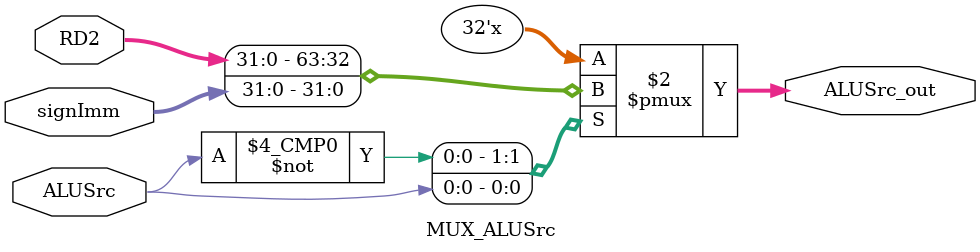
<source format=sv>
module  MUX_ALUSrc(
input logic ALUSrc,
input logic[31:0] signImm, // from sign extender
input logic[31:0] RD2, //from register file RD2
output logic[31:0] ALUSrc_out
);

always_comb
begin
	case (ALUSrc)
	0 : ALUSrc_out = RD2;
	1 : ALUSrc_out = signImm;
	default : ALUSrc_out = 0;
	endcase
end

endmodule

</source>
